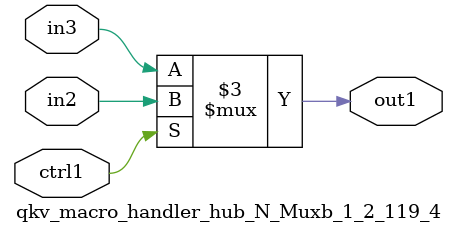
<source format=v>

`timescale 1ps / 1ps


module qkv_macro_handler_hub_N_Muxb_1_2_119_4( in3, in2, ctrl1, out1 );

    input in3;
    input in2;
    input ctrl1;
    output out1;
    reg out1;

    
    // rtl_process:qkv_macro_handler_hub_N_Muxb_1_2_119_4/qkv_macro_handler_hub_N_Muxb_1_2_119_4_thread_1
    always @*
      begin : qkv_macro_handler_hub_N_Muxb_1_2_119_4_thread_1
        case (ctrl1) 
          1'b1: 
            begin
              out1 = in2;
            end
          default: 
            begin
              out1 = in3;
            end
        endcase
      end

endmodule



</source>
